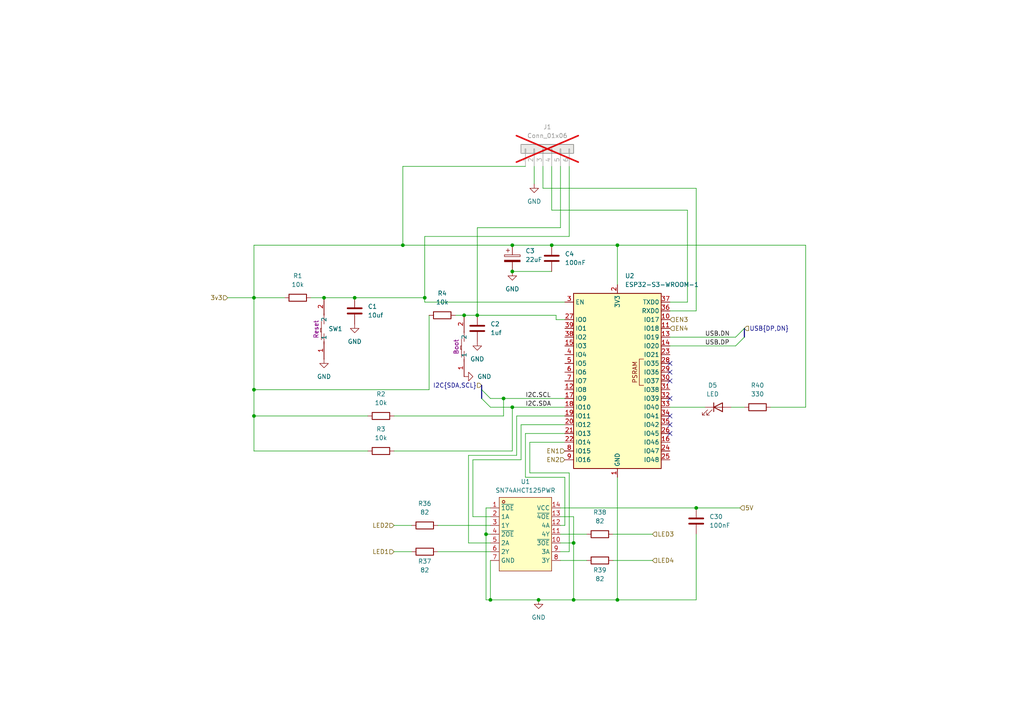
<source format=kicad_sch>
(kicad_sch (version 20250114) (generator "eeschema") (generator_version "9.0")
  (paper "A4")
  (lib_symbols
    (symbol "B3U-1000P_1"
      (property "Reference" "SW" (at -0.508 5.08 0))
      (property "Label" "Button" (at -0.254 2.286 0))
      (symbol "B3U-1000P_1_0_1"
        (polyline (pts (xy -4.57 0) (xy -1.52 0)))
        (polyline (pts (xy -3.3 0.76) (xy 2.03 0.76)))
        (polyline (pts (xy -1.02 0.76) (xy -1.02 1.02) (xy 0 1.02) (xy 0 0.76)))
        (polyline (pts (xy 1.27 0) (xy 4.32 0)))
        (pin unspecified line (at -8.89 0 0) (length 5.08) (name "1") (number "1"))
        (pin unspecified line (at 8.89 0 180) (length 5.08) (name "2") (number "2"))
      )
    )
    (symbol "Connector_Generic:Conn_01x06" (pin_names (offset 1.016) (hide yes))
      (property "Reference" "J" (at 0 7.62 0))
      (property "Value" "Conn_01x06" (at 0 -10.16 0))
      (symbol "Conn_01x06_1_1"
        (rectangle (start -1.27 6.35) (end 1.27 -8.89) (stroke (width 0.254)) (fill (type background)))
        (rectangle (start -1.27 5.207) (end 0 4.953) (stroke (width 0.1524)))
        (rectangle (start -1.27 2.667) (end 0 2.413) (stroke (width 0.1524)))
        (rectangle (start -1.27 0.127) (end 0 -0.127) (stroke (width 0.1524)))
        (rectangle (start -1.27 -2.413) (end 0 -2.667) (stroke (width 0.1524)))
        (rectangle (start -1.27 -4.953) (end 0 -5.207) (stroke (width 0.1524)))
        (rectangle (start -1.27 -7.493) (end 0 -7.747) (stroke (width 0.1524)))
        (pin passive line (at -5.08 5.08 0) (length 3.81) (name "Pin_1") (number "1"))
        (pin passive line (at -5.08 2.54 0) (length 3.81) (name "Pin_2") (number "2"))
        (pin passive line (at -5.08 0 0) (length 3.81) (name "Pin_3") (number "3"))
        (pin passive line (at -5.08 -2.54 0) (length 3.81) (name "Pin_4") (number "4"))
        (pin passive line (at -5.08 -5.08 0) (length 3.81) (name "Pin_5") (number "5"))
        (pin passive line (at -5.08 -7.62 0) (length 3.81) (name "Pin_6") (number "6"))
      )
    )
    (symbol "Device:C" (pin_numbers (hide yes)) (pin_names (offset 0.254))
      (property "Reference" "C" (at 0.635 2.54 0))
      (property "Value" "C" (at 0.635 -2.54 0))
      (symbol "C_0_1"
        (polyline (pts (xy -2.032 0.762) (xy 2.032 0.762)) (stroke (width 0.508)))
        (polyline (pts (xy -2.032 -0.762) (xy 2.032 -0.762)) (stroke (width 0.508)))
      )
      (symbol "C_1_1"
        (pin passive line (at 0 3.81 270) (length 2.794) (name "~") (number "1"))
        (pin passive line (at 0 -3.81 90) (length 2.794) (name "~") (number "2"))
      )
    )
    (symbol "Device:C_Polarized" (pin_numbers (hide yes)) (pin_names (offset 0.254))
      (property "Reference" "C" (at 0.635 2.54 0))
      (property "Value" "C_Polarized" (at 0.635 -2.54 0))
      (symbol "C_Polarized_0_1"
        (rectangle (start -2.286 0.508) (end 2.286 1.016))
        (polyline (pts (xy -1.778 2.286) (xy -0.762 2.286)))
        (polyline (pts (xy -1.27 2.794) (xy -1.27 1.778)))
        (rectangle (start 2.286 -0.508) (end -2.286 -1.016) (fill (type outline)))
      )
      (symbol "C_Polarized_1_1"
        (pin passive line (at 0 3.81 270) (length 2.794) (name "~") (number "1"))
        (pin passive line (at 0 -3.81 90) (length 2.794) (name "~") (number "2"))
      )
    )
    (symbol "Device:LED" (pin_numbers (hide yes)) (pin_names (offset 1.016) (hide yes))
      (property "Reference" "D" (at 0 2.54 0))
      (property "Value" "LED" (at 0 -2.54 0))
      (symbol "LED_0_1"
        (polyline (pts (xy -3.048 -0.762) (xy -4.572 -2.286) (xy -3.81 -2.286) (xy -4.572 -2.286) (xy -4.572 -1.524)))
        (polyline (pts (xy -1.778 -0.762) (xy -3.302 -2.286) (xy -2.54 -2.286) (xy -3.302 -2.286) (xy -3.302 -1.524)))
        (polyline (pts (xy -1.27 0) (xy 1.27 0)))
        (polyline (pts (xy -1.27 -1.27) (xy -1.27 1.27)) (stroke (width 0.254)))
        (polyline (pts (xy 1.27 -1.27) (xy 1.27 1.27) (xy -1.27 0) (xy 1.27 -1.27)) (stroke (width 0.254)))
      )
      (symbol "LED_1_1"
        (pin passive line (at -3.81 0 0) (length 2.54) (name "K") (number "1"))
        (pin passive line (at 3.81 0 180) (length 2.54) (name "A") (number "2"))
      )
    )
    (symbol "Device:R" (pin_numbers (hide yes)) (pin_names (offset 0))
      (property "Reference" "R" (at 2.032 0 90))
      (property "Value" "R" (at 0 0 90))
      (symbol "R_0_1"
        (rectangle (start -1.016 -2.54) (end 1.016 2.54) (stroke (width 0.254)))
      )
      (symbol "R_1_1"
        (pin passive line (at 0 3.81 270) (length 1.27) (name "~") (number "1"))
        (pin passive line (at 0 -3.81 90) (length 1.27) (name "~") (number "2"))
      )
    )
    (symbol "RF_Module:ESP32-S3-WROOM-1"
      (property "Reference" "U" (at -12.7 26.67 0))
      (property "Value" "ESP32-S3-WROOM-1" (at 12.7 26.67 0))
      (symbol "ESP32-S3-WROOM-1_0_0"
        (rectangle (start -12.7 25.4) (end 12.7 -25.4) (stroke (width 0.254)) (fill (type background)))
        (text "PSRAM" (at 5.08 2.54 900) (effects (font (size 1.27 1.27))))
      )
      (symbol "ESP32-S3-WROOM-1_0_1"
        (polyline (pts (xy 7.62 -1.27) (xy 6.35 -1.27) (xy 6.35 6.35) (xy 7.62 6.35)))
      )
      (symbol "ESP32-S3-WROOM-1_1_1"
        (pin input line (at -15.24 22.86 0) (length 2.54) (name "EN") (number "3"))
        (pin bidirectional line (at -15.24 17.78 0) (length 2.54) (name "IO0") (number "27"))
        (pin bidirectional line (at -15.24 15.24 0) (length 2.54) (name "IO1") (number "39"))
        (pin bidirectional line (at -15.24 12.7 0) (length 2.54) (name "IO2") (number "38"))
        (pin bidirectional line (at -15.24 10.16 0) (length 2.54) (name "IO3") (number "15"))
        (pin bidirectional line (at -15.24 7.62 0) (length 2.54) (name "IO4") (number "4"))
        (pin bidirectional line (at -15.24 5.08 0) (length 2.54) (name "IO5") (number "5"))
        (pin bidirectional line (at -15.24 2.54 0) (length 2.54) (name "IO6") (number "6"))
        (pin bidirectional line (at -15.24 0 0) (length 2.54) (name "IO7") (number "7"))
        (pin bidirectional line (at -15.24 -2.54 0) (length 2.54) (name "IO8") (number "12"))
        (pin bidirectional line (at -15.24 -5.08 0) (length 2.54) (name "IO9") (number "17"))
        (pin bidirectional line (at -15.24 -7.62 0) (length 2.54) (name "IO10") (number "18"))
        (pin bidirectional line (at -15.24 -10.16 0) (length 2.54) (name "IO11") (number "19"))
        (pin bidirectional line (at -15.24 -12.7 0) (length 2.54) (name "IO12") (number "20"))
        (pin bidirectional line (at -15.24 -15.24 0) (length 2.54) (name "IO13") (number "21"))
        (pin bidirectional line (at -15.24 -17.78 0) (length 2.54) (name "IO14") (number "22"))
        (pin bidirectional line (at -15.24 -20.32 0) (length 2.54) (name "IO15") (number "8"))
        (pin bidirectional line (at -15.24 -22.86 0) (length 2.54) (name "IO16") (number "9"))
        (pin power_in line (at 0 27.94 270) (length 2.54) (name "3V3") (number "2"))
        (pin power_in line (at 0 -27.94 90) (length 2.54) (name "GND") (number "1"))
        (pin passive line (at 0 -27.94 90) (length 2.54) (hide yes) (name "GND") (number "40"))
        (pin passive line (at 0 -27.94 90) (length 2.54) (hide yes) (name "GND") (number "41"))
        (pin bidirectional line (at 15.24 22.86 180) (length 2.54) (name "TXD0") (number "37"))
        (pin bidirectional line (at 15.24 20.32 180) (length 2.54) (name "RXD0") (number "36"))
        (pin bidirectional line (at 15.24 17.78 180) (length 2.54) (name "IO17") (number "10"))
        (pin bidirectional line (at 15.24 15.24 180) (length 2.54) (name "IO18") (number "11"))
        (pin bidirectional line (at 15.24 12.7 180) (length 2.54) (name "IO19") (number "13"))
        (pin bidirectional line (at 15.24 10.16 180) (length 2.54) (name "IO20") (number "14"))
        (pin bidirectional line (at 15.24 7.62 180) (length 2.54) (name "IO21") (number "23"))
        (pin bidirectional line (at 15.24 5.08 180) (length 2.54) (name "IO35") (number "28"))
        (pin bidirectional line (at 15.24 2.54 180) (length 2.54) (name "IO36") (number "29"))
        (pin bidirectional line (at 15.24 0 180) (length 2.54) (name "IO37") (number "30"))
        (pin bidirectional line (at 15.24 -2.54 180) (length 2.54) (name "IO38") (number "31"))
        (pin bidirectional line (at 15.24 -5.08 180) (length 2.54) (name "IO39") (number "32"))
        (pin bidirectional line (at 15.24 -7.62 180) (length 2.54) (name "IO40") (number "33"))
        (pin bidirectional line (at 15.24 -10.16 180) (length 2.54) (name "IO41") (number "34"))
        (pin bidirectional line (at 15.24 -12.7 180) (length 2.54) (name "IO42") (number "35"))
        (pin bidirectional line (at 15.24 -15.24 180) (length 2.54) (name "IO45") (number "26"))
        (pin bidirectional line (at 15.24 -17.78 180) (length 2.54) (name "IO46") (number "16"))
        (pin bidirectional line (at 15.24 -20.32 180) (length 2.54) (name "IO47") (number "24"))
        (pin bidirectional line (at 15.24 -22.86 180) (length 2.54) (name "IO48") (number "25"))
      )
    )
    (symbol "easyeda2kicad:B3U-1000P"
      (property "Reference" "SW" (at -0.508 5.08 0))
      (property "Label" "Button" (at -0.254 2.286 0))
      (symbol "B3U-1000P_0_1"
        (polyline (pts (xy -4.57 0) (xy -1.52 0)))
        (polyline (pts (xy -3.3 0.76) (xy 2.03 0.76)))
        (polyline (pts (xy -1.02 0.76) (xy -1.02 1.02) (xy 0 1.02) (xy 0 0.76)))
        (polyline (pts (xy 1.27 0) (xy 4.32 0)))
        (pin unspecified line (at -8.89 0 0) (length 5.08) (name "1") (number "1"))
        (pin unspecified line (at 8.89 0 180) (length 5.08) (name "2") (number "2"))
      )
    )
    (symbol "easyeda2kicad:SN74AHCT125PWR"
      (property "Reference" "U" (at 0 12.7 0))
      (property "Value" "SN74AHCT125PWR" (at 0 -12.7 0))
      (symbol "SN74AHCT125PWR_0_1"
        (rectangle (start -7.62 10.67) (end 7.62 -10.67) (fill (type background)))
        (circle (center -6.35 9.4) (radius 0.38))
        (circle (center -6.35 9.4) (radius 0.38))
        (pin unspecified line (at -10.16 7.62 0) (length 2.54) (name "~{1OE}") (number "1"))
        (pin unspecified line (at -10.16 5.08 0) (length 2.54) (name "1A") (number "2"))
        (pin unspecified line (at -10.16 2.54 0) (length 2.54) (name "1Y") (number "3"))
        (pin unspecified line (at -10.16 0 0) (length 2.54) (name "~{2OE}") (number "4"))
        (pin unspecified line (at -10.16 -2.54 0) (length 2.54) (name "2A") (number "5"))
        (pin unspecified line (at -10.16 -5.08 0) (length 2.54) (name "2Y") (number "6"))
        (pin unspecified line (at -10.16 -7.62 0) (length 2.54) (name "GND") (number "7"))
        (pin unspecified line (at 10.16 7.62 180) (length 2.54) (name "VCC") (number "14"))
        (pin unspecified line (at 10.16 5.08 180) (length 2.54) (name "~{4OE}") (number "13"))
        (pin unspecified line (at 10.16 2.54 180) (length 2.54) (name "4A") (number "12"))
        (pin unspecified line (at 10.16 0 180) (length 2.54) (name "4Y") (number "11"))
        (pin unspecified line (at 10.16 -2.54 180) (length 2.54) (name "~{3OE}") (number "10"))
        (pin unspecified line (at 10.16 -5.08 180) (length 2.54) (name "3A") (number "9"))
        (pin unspecified line (at 10.16 -7.62 180) (length 2.54) (name "3Y") (number "8"))
      )
    )
    (symbol "power:GND" (power) (pin_numbers (hide yes)) (pin_names (offset 0) (hide yes))
      (property "Value" "GND" (at 0 -3.81 0))
      (symbol "GND_0_1"
        (polyline (pts (xy 0 0) (xy 0 -1.27) (xy 1.27 -1.27) (xy 0 -2.54) (xy -1.27 -1.27) (xy 0 -1.27)))
      )
      (symbol "GND_1_1"
        (pin power_in line (at 0 0 270) (length 0) (name "~") (number "1"))
      )
    )
  )
  (junction (at 142.24 173.99))
  (junction (at 140.97 154.94))
  (junction (at 156.21 173.99))
  (junction (at 148.59 78.74))
  (junction (at 179.07 173.99))
  (junction (at 166.37 157.48))
  (junction (at 148.59 71.12))
  (junction (at 73.66 86.36))
  (junction (at 102.87 86.36))
  (junction (at 160.02 71.12))
  (junction (at 116.84 71.12))
  (junction (at 123.19 86.36))
  (junction (at 138.43 91.44))
  (junction (at 179.07 71.12))
  (junction (at 148.59 118.11))
  (junction (at 73.66 120.65))
  (junction (at 73.66 113.03))
  (junction (at 201.93 147.32))
  (junction (at 166.37 173.99))
  (junction (at 134.62 91.44))
  (junction (at 146.05 115.57))
  (junction (at 93.98 86.36))
  (no_connect (at 194.31 107.95))
  (no_connect (at 194.31 125.73))
  (no_connect (at 194.31 120.65))
  (no_connect (at 194.31 115.57))
  (no_connect (at 194.31 123.19))
  (no_connect (at 194.31 110.49))
  (no_connect (at 194.31 105.41))
  (bus_entry (at 215.9 97.79) (size -2.54 2.54))
  (bus_entry (at 139.7 115.57) (size 2.54 2.54))
  (bus_entry (at 215.9 95.25) (size -2.54 2.54))
  (bus_entry (at 139.7 113.03) (size 2.54 2.54))
  (wire (pts (xy 177.8 162.56) (xy 189.23 162.56)))
  (wire (pts (xy 179.07 71.12) (xy 179.07 82.55)))
  (wire (pts (xy 162.56 48.26) (xy 162.56 66.04)))
  (wire (pts (xy 212.09 118.11) (xy 215.9 118.11)))
  (wire (pts (xy 93.98 86.36) (xy 102.87 86.36)))
  (wire (pts (xy 160.02 48.26) (xy 160.02 60.96)))
  (wire (pts (xy 114.3 120.65) (xy 146.05 120.65)))
  (wire (pts (xy 162.56 66.04) (xy 138.43 66.04)))
  (wire (pts (xy 179.07 138.43) (xy 179.07 173.99)))
  (wire (pts (xy 148.59 78.74) (xy 160.02 78.74)))
  (wire (pts (xy 165.1 68.58) (xy 123.19 68.58)))
  (wire (pts (xy 137.16 133.35) (xy 137.16 149.86)))
  (wire (pts (xy 140.97 173.99) (xy 142.24 173.99)))
  (wire (pts (xy 161.29 92.71) (xy 161.29 91.44)))
  (wire (pts (xy 142.24 147.32) (xy 140.97 147.32)))
  (wire (pts (xy 154.94 48.26) (xy 154.94 53.34)))
  (wire (pts (xy 116.84 48.26) (xy 116.84 71.12)))
  (wire (pts (xy 157.48 48.26) (xy 157.48 54.61)))
  (wire (pts (xy 127 152.4) (xy 142.24 152.4)))
  (wire (pts (xy 73.66 113.03) (xy 73.66 86.36)))
  (wire (pts (xy 153.67 128.27) (xy 153.67 137.16)))
  (wire (pts (xy 142.24 118.11) (xy 148.59 118.11)))
  (wire (pts (xy 162.56 147.32) (xy 201.93 147.32)))
  (wire (pts (xy 160.02 60.96) (xy 199.39 60.96)))
  (wire (pts (xy 73.66 130.81) (xy 73.66 120.65)))
  (wire (pts (xy 73.66 86.36) (xy 82.55 86.36)))
  (wire (pts (xy 102.87 86.36) (xy 123.19 86.36)))
  (wire (pts (xy 132.08 91.44) (xy 134.62 91.44)))
  (wire (pts (xy 127 160.02) (xy 142.24 160.02)))
  (wire (pts (xy 106.68 130.81) (xy 73.66 130.81)))
  (wire (pts (xy 163.83 120.65) (xy 149.86 120.65)))
  (wire (pts (xy 157.48 54.61) (xy 201.93 54.61)))
  (wire (pts (xy 194.31 97.79) (xy 213.36 97.79)))
  (wire (pts (xy 140.97 154.94) (xy 140.97 173.99)))
  (wire (pts (xy 201.93 147.32) (xy 214.63 147.32)))
  (wire (pts (xy 163.83 123.19) (xy 151.13 123.19)))
  (wire (pts (xy 149.86 120.65) (xy 149.86 132.08)))
  (wire (pts (xy 163.83 138.43) (xy 163.83 152.4)))
  (wire (pts (xy 114.3 160.02) (xy 119.38 160.02)))
  (wire (pts (xy 162.56 154.94) (xy 170.18 154.94)))
  (wire (pts (xy 201.93 173.99) (xy 201.93 154.94)))
  (wire (pts (xy 162.56 162.56) (xy 170.18 162.56)))
  (wire (pts (xy 123.19 87.63) (xy 163.83 87.63)))
  (wire (pts (xy 166.37 173.99) (xy 179.07 173.99)))
  (wire (pts (xy 123.19 68.58) (xy 123.19 86.36)))
  (wire (pts (xy 166.37 173.99) (xy 156.21 173.99)))
  (wire (pts (xy 124.46 91.44) (xy 124.46 113.03)))
  (wire (pts (xy 114.3 152.4) (xy 119.38 152.4)))
  (wire (pts (xy 116.84 71.12) (xy 148.59 71.12)))
  (wire (pts (xy 166.37 157.48) (xy 166.37 173.99)))
  (wire (pts (xy 233.68 71.12) (xy 179.07 71.12)))
  (wire (pts (xy 148.59 118.11) (xy 148.59 130.81)))
  (wire (pts (xy 142.24 162.56) (xy 142.24 173.99)))
  (wire (pts (xy 66.04 86.36) (xy 73.66 86.36)))
  (wire (pts (xy 153.67 137.16) (xy 165.1 137.16)))
  (wire (pts (xy 199.39 87.63) (xy 194.31 87.63)))
  (wire (pts (xy 151.13 123.19) (xy 151.13 133.35)))
  (wire (pts (xy 146.05 115.57) (xy 163.83 115.57)))
  (wire (pts (xy 135.89 157.48) (xy 142.24 157.48)))
  (wire (pts (xy 177.8 154.94) (xy 189.23 154.94)))
  (wire (pts (xy 73.66 71.12) (xy 116.84 71.12)))
  (wire (pts (xy 148.59 118.11) (xy 163.83 118.11)))
  (wire (pts (xy 146.05 115.57) (xy 146.05 120.65)))
  (wire (pts (xy 151.13 133.35) (xy 137.16 133.35)))
  (wire (pts (xy 163.83 125.73) (xy 152.4 125.73)))
  (wire (pts (xy 134.62 91.44) (xy 138.43 91.44)))
  (wire (pts (xy 163.83 128.27) (xy 153.67 128.27)))
  (wire (pts (xy 166.37 149.86) (xy 166.37 157.48)))
  (wire (pts (xy 163.83 152.4) (xy 162.56 152.4)))
  (wire (pts (xy 106.68 120.65) (xy 73.66 120.65)))
  (wire (pts (xy 194.31 118.11) (xy 204.47 118.11)))
  (wire (pts (xy 73.66 71.12) (xy 73.66 86.36)))
  (wire (pts (xy 114.3 130.81) (xy 148.59 130.81)))
  (wire (pts (xy 161.29 92.71) (xy 163.83 92.71)))
  (wire (pts (xy 160.02 71.12) (xy 179.07 71.12)))
  (wire (pts (xy 233.68 118.11) (xy 233.68 71.12)))
  (wire (pts (xy 152.4 138.43) (xy 163.83 138.43)))
  (wire (pts (xy 165.1 48.26) (xy 165.1 68.58)))
  (wire (pts (xy 201.93 90.17) (xy 194.31 90.17)))
  (wire (pts (xy 152.4 125.73) (xy 152.4 138.43)))
  (wire (pts (xy 223.52 118.11) (xy 233.68 118.11)))
  (wire (pts (xy 140.97 147.32) (xy 140.97 154.94)))
  (wire (pts (xy 73.66 120.65) (xy 73.66 113.03)))
  (wire (pts (xy 179.07 173.99) (xy 201.93 173.99)))
  (wire (pts (xy 124.46 113.03) (xy 73.66 113.03)))
  (wire (pts (xy 161.29 91.44) (xy 138.43 91.44)))
  (wire (pts (xy 123.19 87.63) (xy 123.19 86.36)))
  (bus (pts (xy 215.9 95.25) (xy 215.9 97.79)))
  (wire (pts (xy 142.24 115.57) (xy 146.05 115.57)))
  (bus (pts (xy 139.7 111.76) (xy 139.7 113.03)))
  (wire (pts (xy 149.86 132.08) (xy 135.89 132.08)))
  (wire (pts (xy 142.24 154.94) (xy 140.97 154.94)))
  (wire (pts (xy 194.31 100.33) (xy 213.36 100.33)))
  (wire (pts (xy 199.39 60.96) (xy 199.39 87.63)))
  (wire (pts (xy 138.43 66.04) (xy 138.43 91.44)))
  (wire (pts (xy 90.17 86.36) (xy 93.98 86.36)))
  (wire (pts (xy 152.4 48.26) (xy 116.84 48.26)))
  (wire (pts (xy 162.56 157.48) (xy 166.37 157.48)))
  (wire (pts (xy 137.16 149.86) (xy 142.24 149.86)))
  (wire (pts (xy 135.89 132.08) (xy 135.89 157.48)))
  (bus (pts (xy 139.7 113.03) (xy 139.7 115.57)))
  (wire (pts (xy 162.56 149.86) (xy 166.37 149.86)))
  (wire (pts (xy 165.1 160.02) (xy 162.56 160.02)))
  (wire (pts (xy 165.1 137.16) (xy 165.1 160.02)))
  (wire (pts (xy 142.24 173.99) (xy 156.21 173.99)))
  (wire (pts (xy 201.93 54.61) (xy 201.93 90.17)))
  (wire (pts (xy 148.59 71.12) (xy 160.02 71.12)))
  (label "USB.DP" (at 204.47 100.33 0))
  (label "I2C.SDA" (at 152.4 118.11 0))
  (label "USB.DN" (at 204.47 97.79 0))
  (label "I2C.SCL" (at 152.4 115.57 0))
  (hierarchical_label "LED2" (shape input) (at 114.3 152.4 180))
  (hierarchical_label "LED4" (shape input) (at 189.23 162.56 0))
  (hierarchical_label "EN1" (shape input) (at 163.83 130.81 180))
  (hierarchical_label "LED1" (shape input) (at 114.3 160.02 180))
  (hierarchical_label "I2C{SDA,SCL}" (shape input) (at 139.7 111.76 180))
  (hierarchical_label "5V" (shape input) (at 214.63 147.32 0))
  (hierarchical_label "3v3" (shape input) (at 66.04 86.36 180))
  (hierarchical_label "USB{DP,DN}" (shape input) (at 215.9 95.25 0))
  (hierarchical_label "EN4" (shape input) (at 194.31 95.25 0))
  (hierarchical_label "EN3" (shape input) (at 194.31 92.71 0))
  (hierarchical_label "LED3" (shape input) (at 189.23 154.94 0))
  (hierarchical_label "EN2" (shape input) (at 163.83 133.35 180))
  (symbol (lib_id "easyeda2kicad:B3U-1000P") (at 134.62 100.33 90) (unit 1)
    (property "Reference" "SW2" (effects (hide yes)))
    (property "Value" "KEY-SMD_B3U-1000PM" (effects (hide yes)))
    (property "Footprint" "easyeda2kicad:KEY-SMD_B3U-1000PM" (effects (hide yes)))
    (property "Datasheet" "https://lcsc.com/product-detail/Others_Omron-Electronics_B3U-1000P_Omron-Electronics-B3U-1000P_C231329.html" (effects (hide yes)))
    (property "Description" "Boot" (effects (hide yes)))
    (property "LCSC Part" "C231329" (effects (hide yes)))
    (property "Label" "Boot" (at 132.334 100.584 0))
  )
  (symbol (lib_id "Device:R") (at 110.49 120.65 90) (unit 1)
    (property "Reference" "R2" (at 110.49 114.3 90))
    (property "Value" "10k" (at 110.49 116.84 90))
    (property "Footprint" "Resistor_SMD:R_0603_1608Metric" (effects (hide yes)))
    (property "Description" "Resistor" (effects (hide yes)))
  )
  (symbol (lib_id "power:GND") (at 156.21 173.99 0) (unit 1)
    (property "Reference" "#PWR09" (effects (hide yes)))
    (property "Value" "GND" (at 156.21 179.07 0))
    (property "Description" "Power symbol creates a global label with name \"GND\" , ground" (effects (hide yes)))
  )
  (symbol (lib_id "power:GND") (at 93.98 104.14 0) (unit 1)
    (property "Reference" "#PWR03" (effects (hide yes)))
    (property "Value" "GND" (at 93.98 109.22 0))
    (property "Description" "Power symbol creates a global label with name \"GND\" , ground" (effects (hide yes)))
  )
  (symbol (lib_id "power:GND") (at 138.43 99.06 0) (unit 1)
    (property "Reference" "#PWR06" (effects (hide yes)))
    (property "Value" "GND" (at 138.43 104.14 0))
    (property "Description" "Power symbol creates a global label with name \"GND\" , ground" (effects (hide yes)))
  )
  (symbol (lib_id "Device:C") (at 160.02 74.93 0) (unit 1)
    (property "Reference" "C4" (at 163.83 73.6599 0) (effects (justify left)))
    (property "Value" "100nF" (at 163.83 76.1999 0) (effects (justify left)))
    (property "Footprint" "Capacitor_SMD:C_0603_1608Metric" (effects (hide yes)))
    (property "Description" "Unpolarized capacitor" (effects (hide yes)))
  )
  (symbol (lib_id "power:GND") (at 134.62 109.22 90) (unit 1)
    (property "Reference" "#PWR05" (effects (hide yes)))
    (property "Value" "GND" (at 138.43 109.2199 90) (effects (justify right)))
    (property "Description" "Power symbol creates a global label with name \"GND\" , ground" (effects (hide yes)))
  )
  (symbol (lib_id "Device:R") (at 123.19 160.02 270) (unit 1)
    (property "Reference" "R37" (at 123.19 162.814 90))
    (property "Value" "82" (at 123.19 165.354 90))
    (property "Footprint" "Resistor_SMD:R_0603_1608Metric" (effects (hide yes)))
    (property "Description" "Resistor" (effects (hide yes)))
  )
  (symbol (lib_id "power:GND") (at 154.94 53.34 0) (unit 1)
    (property "Reference" "#PWR08" (effects (hide yes)))
    (property "Value" "GND" (at 154.94 58.42 0))
    (property "Description" "Power symbol creates a global label with name \"GND\" , ground" (effects (hide yes)))
  )
  (symbol (lib_id "Device:R") (at 110.49 130.81 90) (unit 1)
    (property "Reference" "R3" (at 110.49 124.46 90))
    (property "Value" "10k" (at 110.49 127 90))
    (property "Footprint" "Resistor_SMD:R_0603_1608Metric" (effects (hide yes)))
    (property "Description" "Resistor" (effects (hide yes)))
  )
  (symbol (lib_id "power:GND") (at 102.87 93.98 0) (unit 1)
    (property "Reference" "#PWR04" (effects (hide yes)))
    (property "Value" "GND" (at 102.87 99.06 0))
    (property "Description" "Power symbol creates a global label with name \"GND\" , ground" (effects (hide yes)))
  )
  (symbol (lib_id "RF_Module:ESP32-S3-WROOM-1") (at 179.07 110.49 0) (unit 1)
    (property "Reference" "U2" (at 181.2641 80.01 0) (effects (justify left)))
    (property "Value" "ESP32-S3-WROOM-1" (at 181.2641 82.55 0) (effects (justify left)))
    (property "Footprint" "RF_Module:ESP32-S3-WROOM-1" (effects (hide yes)))
    (property "Datasheet" "https://www.espressif.com/sites/default/files/documentation/esp32-s3-wroom-1_wroom-1u_datasheet_en.pdf" (effects (hide yes)))
    (property "Description" "RF Module, ESP32-S3 SoC, Wi-Fi 802.11b/g/n, Bluetooth, BLE, 32-bit, 3.3V, onboard antenna, SMD" (effects (hide yes)))
  )
  (symbol (lib_id "Device:C") (at 201.93 151.13 0) (unit 1)
    (property "Reference" "C30" (at 205.74 149.8599 0) (effects (justify left)))
    (property "Value" "100nF" (at 205.74 152.3999 0) (effects (justify left)))
    (property "Footprint" "Capacitor_SMD:C_0603_1608Metric" (effects (hide yes)))
    (property "Description" "Unpolarized capacitor" (effects (hide yes)))
  )
  (symbol (lib_id "power:GND") (at 148.59 78.74 0) (unit 1)
    (property "Reference" "#PWR07" (effects (hide yes)))
    (property "Value" "GND" (at 148.59 83.82 0))
    (property "Description" "Power symbol creates a global label with name \"GND\" , ground" (effects (hide yes)))
  )
  (symbol (lib_id "Device:LED") (at 208.28 118.11 0) (unit 1)
    (property "Reference" "D5" (at 206.6925 111.76 0))
    (property "Value" "LED" (at 206.6925 114.3 0))
    (property "Footprint" "LED_SMD:LED_0603_1608Metric" (effects (hide yes)))
    (property "Description" "Light emitting diode" (effects (hide yes)))
    (property "Sim.Pins" "1=K 2=A" (effects (hide yes)))
    (property "LCSC Part" "C2290" (effects (hide yes)))
  )
  (symbol (lib_id "Device:R") (at 219.71 118.11 90) (unit 1)
    (property "Reference" "R40" (at 219.71 111.76 90))
    (property "Value" "330" (at 219.71 114.3 90))
    (property "Footprint" "Resistor_SMD:R_0603_1608Metric" (effects (hide yes)))
    (property "Description" "Resistor" (effects (hide yes)))
  )
  (symbol (lib_id "Device:C") (at 138.43 95.25 0) (unit 1)
    (property "Reference" "C2" (at 142.24 93.9799 0) (effects (justify left)))
    (property "Value" "1uf" (at 142.24 96.5199 0) (effects (justify left)))
    (property "Footprint" "Capacitor_SMD:C_0603_1608Metric" (effects (hide yes)))
    (property "Description" "Unpolarized capacitor" (effects (hide yes)))
  )
  (symbol (lib_id "Device:R") (at 123.19 152.4 90) (unit 1)
    (property "Reference" "R36" (at 123.19 146.05 90))
    (property "Value" "82" (at 123.19 148.59 90))
    (property "Footprint" "Resistor_SMD:R_0603_1608Metric" (effects (hide yes)))
    (property "Description" "Resistor" (effects (hide yes)))
  )
  (symbol (lib_id "Device:C") (at 102.87 90.17 0) (unit 1)
    (property "Reference" "C1" (at 106.68 88.8999 0) (effects (justify left)))
    (property "Value" "10uf" (at 106.68 91.4399 0) (effects (justify left)))
    (property "Footprint" "Capacitor_SMD:C_0603_1608Metric" (effects (hide yes)))
    (property "Description" "Unpolarized capacitor" (effects (hide yes)))
  )
  (symbol (lib_id "easyeda2kicad:SN74AHCT125PWR") (at 152.4 154.94 0) (unit 1)
    (property "Reference" "U1" (at 152.4 139.7 0))
    (property "Value" "SN74AHCT125PWR" (at 152.4 142.24 0))
    (property "Footprint" "easyeda2kicad:TSSOP-14_L5.0-W4.4-P0.65-LS6.4-BL" (effects (hide yes)))
    (property "Datasheet" "https://lcsc.com/product-detail/74-Series_TI_SN74AHCT125PWR_SN74AHCT125PWR_C36365.html" (effects (hide yes)))
    (property "LCSC Part" "C36365" (effects (hide yes)))
  )
  (symbol (lib_id "Device:R") (at 86.36 86.36 90) (unit 1)
    (property "Reference" "R1" (at 86.36 80.01 90))
    (property "Value" "10k" (at 86.36 82.55 90))
    (property "Footprint" "Resistor_SMD:R_0603_1608Metric" (effects (hide yes)))
    (property "Description" "Resistor" (effects (hide yes)))
  )
  (symbol (lib_id "Connector_Generic:Conn_01x06") (at 157.48 43.18 90) (unit 1) (in_bom no) (dnp yes)
    (property "Reference" "J1" (at 158.75 36.83 90))
    (property "Value" "Conn_01x06" (at 158.75 39.37 90))
    (property "Footprint" "Connector_PinHeader_2.54mm:PinHeader_1x06_P2.54mm_Vertical" (effects (hide yes)))
    (property "Description" "Generic connector, single row, 01x06, script generated (kicad-library-utils/schlib/autogen/connector/)" (effects (hide yes)))
  )
  (symbol (lib_name "B3U-1000P_1") (lib_id "easyeda2kicad:B3U-1000P") (at 93.98 95.25 90) (unit 1)
    (property "Reference" "SW1" (at 95.25 95.3749 90) (effects (justify right)))
    (property "Value" "KEY-SMD_B3U-1000PM" (effects (hide yes)))
    (property "Footprint" "easyeda2kicad:KEY-SMD_B3U-1000PM" (effects (hide yes)))
    (property "Datasheet" "https://lcsc.com/product-detail/Others_Omron-Electronics_B3U-1000P_Omron-Electronics-B3U-1000P_C231329.html" (effects (hide yes)))
    (property "Description" "Reset" (effects (hide yes)))
    (property "LCSC Part" "C231329" (effects (hide yes)))
    (property "Field6" "Reset" (effects (hide yes)))
    (property "Label" "Reset" (at 91.694 95.504 0))
  )
  (symbol (lib_id "Device:R") (at 128.27 91.44 90) (unit 1)
    (property "Reference" "R4" (at 128.27 85.09 90))
    (property "Value" "10k" (at 128.27 87.63 90))
    (property "Footprint" "Resistor_SMD:R_0603_1608Metric" (effects (hide yes)))
    (property "Description" "Resistor" (effects (hide yes)))
  )
  (symbol (lib_id "Device:C_Polarized") (at 148.59 74.93 0) (unit 1)
    (property "Reference" "C3" (at 152.4 72.7709 0) (effects (justify left)))
    (property "Value" "22uF" (at 152.4 75.3109 0) (effects (justify left)))
    (property "Footprint" "Capacitor_SMD:C_Elec_5x5.8" (effects (hide yes)))
    (property "Description" "Polarized capacitor" (effects (hide yes)))
    (property "LCSC Part" "C336246" (effects (hide yes)))
  )
  (symbol (lib_id "Device:R") (at 173.99 162.56 270) (unit 1)
    (property "Reference" "R39" (at 173.99 165.354 90))
    (property "Value" "82" (at 173.99 167.894 90))
    (property "Footprint" "Resistor_SMD:R_0603_1608Metric" (effects (hide yes)))
    (property "Description" "Resistor" (effects (hide yes)))
  )
  (symbol (lib_id "Device:R") (at 173.99 154.94 90) (unit 1)
    (property "Reference" "R38" (at 173.99 148.59 90))
    (property "Value" "82" (at 173.99 151.13 90))
    (property "Footprint" "Resistor_SMD:R_0603_1608Metric" (effects (hide yes)))
    (property "Description" "Resistor" (effects (hide yes)))
  )
)
</source>
